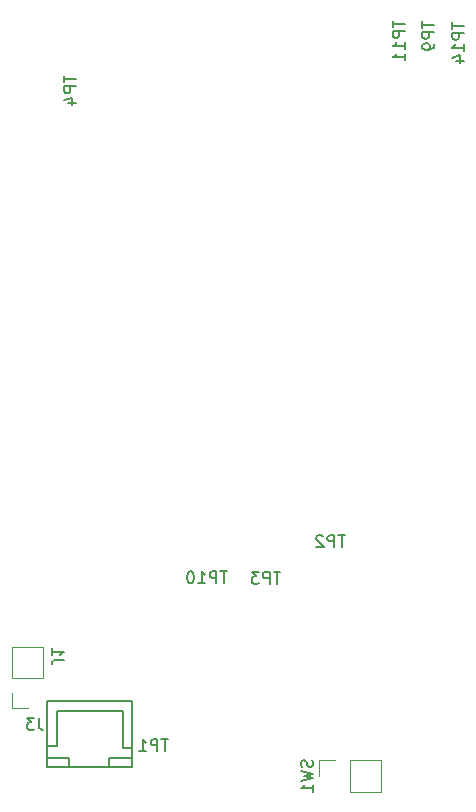
<source format=gbo>
G04 #@! TF.GenerationSoftware,KiCad,Pcbnew,5.0.2-bee76a0~70~ubuntu16.04.1*
G04 #@! TF.CreationDate,2019-09-16T22:34:13+02:00*
G04 #@! TF.ProjectId,WiRoc_NanoPi_v1,5769526f-635f-44e6-916e-6f50695f7631,rev?*
G04 #@! TF.SameCoordinates,Original*
G04 #@! TF.FileFunction,Legend,Bot*
G04 #@! TF.FilePolarity,Positive*
%FSLAX46Y46*%
G04 Gerber Fmt 4.6, Leading zero omitted, Abs format (unit mm)*
G04 Created by KiCad (PCBNEW 5.0.2-bee76a0~70~ubuntu16.04.1) date mån 16 sep 2019 22:34:13*
%MOMM*%
%LPD*%
G01*
G04 APERTURE LIST*
%ADD10C,0.150000*%
%ADD11C,0.120000*%
G04 APERTURE END LIST*
D10*
G04 #@! TO.C,J3*
X59607000Y-112455000D02*
X59607000Y-106855000D01*
X52407000Y-112455000D02*
X59607000Y-112455000D01*
X52407000Y-106855000D02*
X52407000Y-112455000D01*
X59607000Y-106855000D02*
X52407000Y-106855000D01*
X53207000Y-110655000D02*
X52407000Y-110655000D01*
X53207000Y-107655000D02*
X53207000Y-110655000D01*
X58807000Y-107655000D02*
X53207000Y-107655000D01*
X58807000Y-110855000D02*
X58807000Y-107655000D01*
X54207000Y-112455000D02*
X54207000Y-112255000D01*
X54207000Y-112255000D02*
X54207000Y-112455000D01*
X54207000Y-111655000D02*
X54207000Y-112255000D01*
X54007000Y-111655000D02*
X54207000Y-111655000D01*
X53807000Y-111655000D02*
X54007000Y-111655000D01*
X52407000Y-111655000D02*
X53807000Y-111655000D01*
X57607000Y-111655000D02*
X57607000Y-112455000D01*
X59607000Y-110855000D02*
X58807000Y-110855000D01*
X59607000Y-111655000D02*
X57607000Y-111655000D01*
D11*
G04 #@! TO.C,J1*
X49421800Y-107470600D02*
X50751800Y-107470600D01*
X49421800Y-106140600D02*
X49421800Y-107470600D01*
X49421800Y-104870600D02*
X52081800Y-104870600D01*
X52081800Y-104870600D02*
X52081800Y-102270600D01*
X49421800Y-104870600D02*
X49421800Y-102270600D01*
X49421800Y-102270600D02*
X52081800Y-102270600D01*
G04 #@! TO.C,SW1*
X80631400Y-111871800D02*
X80631400Y-114531800D01*
X78031400Y-111871800D02*
X80631400Y-111871800D01*
X78031400Y-114531800D02*
X80631400Y-114531800D01*
X78031400Y-111871800D02*
X78031400Y-114531800D01*
X76761400Y-111871800D02*
X75431400Y-111871800D01*
X75431400Y-111871800D02*
X75431400Y-113201800D01*
G04 #@! TO.C,J3*
D10*
X51694733Y-108285380D02*
X51694733Y-108999666D01*
X51742352Y-109142523D01*
X51837590Y-109237761D01*
X51980447Y-109285380D01*
X52075685Y-109285380D01*
X51313780Y-108285380D02*
X50694733Y-108285380D01*
X51028066Y-108666333D01*
X50885209Y-108666333D01*
X50789971Y-108713952D01*
X50742352Y-108761571D01*
X50694733Y-108856809D01*
X50694733Y-109094904D01*
X50742352Y-109190142D01*
X50789971Y-109237761D01*
X50885209Y-109285380D01*
X51170923Y-109285380D01*
X51266161Y-109237761D01*
X51313780Y-109190142D01*
G04 #@! TO.C,TP1*
X62630904Y-110088780D02*
X62059476Y-110088780D01*
X62345190Y-111088780D02*
X62345190Y-110088780D01*
X61726142Y-111088780D02*
X61726142Y-110088780D01*
X61345190Y-110088780D01*
X61249952Y-110136400D01*
X61202333Y-110184019D01*
X61154714Y-110279257D01*
X61154714Y-110422114D01*
X61202333Y-110517352D01*
X61249952Y-110564971D01*
X61345190Y-110612590D01*
X61726142Y-110612590D01*
X60202333Y-111088780D02*
X60773761Y-111088780D01*
X60488047Y-111088780D02*
X60488047Y-110088780D01*
X60583285Y-110231638D01*
X60678523Y-110326876D01*
X60773761Y-110374495D01*
G04 #@! TO.C,TP2*
X77603384Y-92817700D02*
X77031956Y-92817700D01*
X77317670Y-93817700D02*
X77317670Y-92817700D01*
X76698622Y-93817700D02*
X76698622Y-92817700D01*
X76317670Y-92817700D01*
X76222432Y-92865320D01*
X76174813Y-92912939D01*
X76127194Y-93008177D01*
X76127194Y-93151034D01*
X76174813Y-93246272D01*
X76222432Y-93293891D01*
X76317670Y-93341510D01*
X76698622Y-93341510D01*
X75746241Y-92912939D02*
X75698622Y-92865320D01*
X75603384Y-92817700D01*
X75365289Y-92817700D01*
X75270051Y-92865320D01*
X75222432Y-92912939D01*
X75174813Y-93008177D01*
X75174813Y-93103415D01*
X75222432Y-93246272D01*
X75793860Y-93817700D01*
X75174813Y-93817700D01*
G04 #@! TO.C,TP3*
X72134764Y-95921580D02*
X71563336Y-95921580D01*
X71849050Y-96921580D02*
X71849050Y-95921580D01*
X71230002Y-96921580D02*
X71230002Y-95921580D01*
X70849050Y-95921580D01*
X70753812Y-95969200D01*
X70706193Y-96016819D01*
X70658574Y-96112057D01*
X70658574Y-96254914D01*
X70706193Y-96350152D01*
X70753812Y-96397771D01*
X70849050Y-96445390D01*
X71230002Y-96445390D01*
X70325240Y-95921580D02*
X69706193Y-95921580D01*
X70039526Y-96302533D01*
X69896669Y-96302533D01*
X69801431Y-96350152D01*
X69753812Y-96397771D01*
X69706193Y-96493009D01*
X69706193Y-96731104D01*
X69753812Y-96826342D01*
X69801431Y-96873961D01*
X69896669Y-96921580D01*
X70182383Y-96921580D01*
X70277621Y-96873961D01*
X70325240Y-96826342D01*
G04 #@! TO.C,TP4*
X53836380Y-53900895D02*
X53836380Y-54472323D01*
X54836380Y-54186609D02*
X53836380Y-54186609D01*
X54836380Y-54805657D02*
X53836380Y-54805657D01*
X53836380Y-55186609D01*
X53884000Y-55281847D01*
X53931619Y-55329466D01*
X54026857Y-55377085D01*
X54169714Y-55377085D01*
X54264952Y-55329466D01*
X54312571Y-55281847D01*
X54360190Y-55186609D01*
X54360190Y-54805657D01*
X54169714Y-56234228D02*
X54836380Y-56234228D01*
X53788761Y-55996133D02*
X54503047Y-55758038D01*
X54503047Y-56377085D01*
G04 #@! TO.C,TP9*
X84163980Y-49303495D02*
X84163980Y-49874923D01*
X85163980Y-49589209D02*
X84163980Y-49589209D01*
X85163980Y-50208257D02*
X84163980Y-50208257D01*
X84163980Y-50589209D01*
X84211600Y-50684447D01*
X84259219Y-50732066D01*
X84354457Y-50779685D01*
X84497314Y-50779685D01*
X84592552Y-50732066D01*
X84640171Y-50684447D01*
X84687790Y-50589209D01*
X84687790Y-50208257D01*
X85163980Y-51255876D02*
X85163980Y-51446352D01*
X85116361Y-51541590D01*
X85068742Y-51589209D01*
X84925885Y-51684447D01*
X84735409Y-51732066D01*
X84354457Y-51732066D01*
X84259219Y-51684447D01*
X84211600Y-51636828D01*
X84163980Y-51541590D01*
X84163980Y-51351114D01*
X84211600Y-51255876D01*
X84259219Y-51208257D01*
X84354457Y-51160638D01*
X84592552Y-51160638D01*
X84687790Y-51208257D01*
X84735409Y-51255876D01*
X84783028Y-51351114D01*
X84783028Y-51541590D01*
X84735409Y-51636828D01*
X84687790Y-51684447D01*
X84592552Y-51732066D01*
G04 #@! TO.C,TP10*
X67622395Y-95883480D02*
X67050966Y-95883480D01*
X67336680Y-96883480D02*
X67336680Y-95883480D01*
X66717633Y-96883480D02*
X66717633Y-95883480D01*
X66336680Y-95883480D01*
X66241442Y-95931100D01*
X66193823Y-95978719D01*
X66146204Y-96073957D01*
X66146204Y-96216814D01*
X66193823Y-96312052D01*
X66241442Y-96359671D01*
X66336680Y-96407290D01*
X66717633Y-96407290D01*
X65193823Y-96883480D02*
X65765252Y-96883480D01*
X65479538Y-96883480D02*
X65479538Y-95883480D01*
X65574776Y-96026338D01*
X65670014Y-96121576D01*
X65765252Y-96169195D01*
X64574776Y-95883480D02*
X64479538Y-95883480D01*
X64384300Y-95931100D01*
X64336680Y-95978719D01*
X64289061Y-96073957D01*
X64241442Y-96264433D01*
X64241442Y-96502528D01*
X64289061Y-96693004D01*
X64336680Y-96788242D01*
X64384300Y-96835861D01*
X64479538Y-96883480D01*
X64574776Y-96883480D01*
X64670014Y-96835861D01*
X64717633Y-96788242D01*
X64765252Y-96693004D01*
X64812871Y-96502528D01*
X64812871Y-96264433D01*
X64765252Y-96073957D01*
X64717633Y-95978719D01*
X64670014Y-95931100D01*
X64574776Y-95883480D01*
G04 #@! TO.C,TP11*
X81649380Y-49233704D02*
X81649380Y-49805133D01*
X82649380Y-49519419D02*
X81649380Y-49519419D01*
X82649380Y-50138466D02*
X81649380Y-50138466D01*
X81649380Y-50519419D01*
X81697000Y-50614657D01*
X81744619Y-50662276D01*
X81839857Y-50709895D01*
X81982714Y-50709895D01*
X82077952Y-50662276D01*
X82125571Y-50614657D01*
X82173190Y-50519419D01*
X82173190Y-50138466D01*
X82649380Y-51662276D02*
X82649380Y-51090847D01*
X82649380Y-51376561D02*
X81649380Y-51376561D01*
X81792238Y-51281323D01*
X81887476Y-51186085D01*
X81935095Y-51090847D01*
X82649380Y-52614657D02*
X82649380Y-52043228D01*
X82649380Y-52328942D02*
X81649380Y-52328942D01*
X81792238Y-52233704D01*
X81887476Y-52138466D01*
X81935095Y-52043228D01*
G04 #@! TO.C,TP14*
X86703980Y-49386104D02*
X86703980Y-49957533D01*
X87703980Y-49671819D02*
X86703980Y-49671819D01*
X87703980Y-50290866D02*
X86703980Y-50290866D01*
X86703980Y-50671819D01*
X86751600Y-50767057D01*
X86799219Y-50814676D01*
X86894457Y-50862295D01*
X87037314Y-50862295D01*
X87132552Y-50814676D01*
X87180171Y-50767057D01*
X87227790Y-50671819D01*
X87227790Y-50290866D01*
X87703980Y-51814676D02*
X87703980Y-51243247D01*
X87703980Y-51528961D02*
X86703980Y-51528961D01*
X86846838Y-51433723D01*
X86942076Y-51338485D01*
X86989695Y-51243247D01*
X87037314Y-52671819D02*
X87703980Y-52671819D01*
X86656361Y-52433723D02*
X87370647Y-52195628D01*
X87370647Y-52814676D01*
G04 #@! TO.C,J1*
X53784299Y-103372673D02*
X53070013Y-103372673D01*
X52927156Y-103420292D01*
X52831918Y-103515530D01*
X52784299Y-103658387D01*
X52784299Y-103753625D01*
X52784299Y-102372673D02*
X52784299Y-102944101D01*
X52784299Y-102658387D02*
X53784299Y-102658387D01*
X53641441Y-102753625D01*
X53546203Y-102848863D01*
X53498584Y-102944101D01*
G04 #@! TO.C,SW1*
X74836161Y-111868466D02*
X74883780Y-112011323D01*
X74883780Y-112249419D01*
X74836161Y-112344657D01*
X74788542Y-112392276D01*
X74693304Y-112439895D01*
X74598066Y-112439895D01*
X74502828Y-112392276D01*
X74455209Y-112344657D01*
X74407590Y-112249419D01*
X74359971Y-112058942D01*
X74312352Y-111963704D01*
X74264733Y-111916085D01*
X74169495Y-111868466D01*
X74074257Y-111868466D01*
X73979019Y-111916085D01*
X73931400Y-111963704D01*
X73883780Y-112058942D01*
X73883780Y-112297038D01*
X73931400Y-112439895D01*
X73883780Y-112773228D02*
X74883780Y-113011323D01*
X74169495Y-113201800D01*
X74883780Y-113392276D01*
X73883780Y-113630371D01*
X74883780Y-114535133D02*
X74883780Y-113963704D01*
X74883780Y-114249419D02*
X73883780Y-114249419D01*
X74026638Y-114154180D01*
X74121876Y-114058942D01*
X74169495Y-113963704D01*
G04 #@! TD*
M02*

</source>
